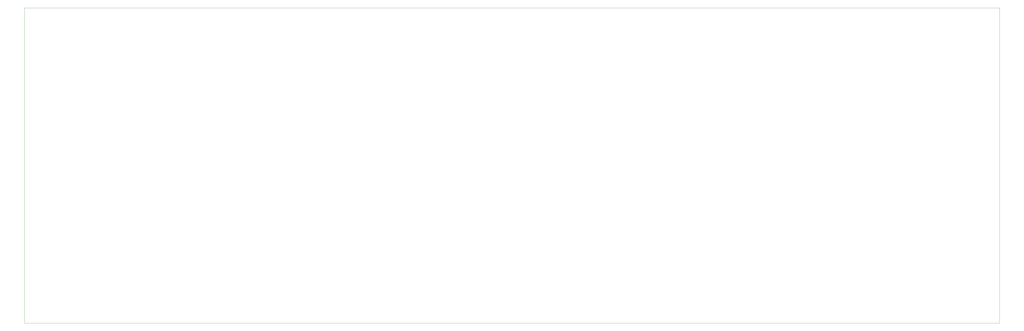
<source format=gbr>
%TF.GenerationSoftware,KiCad,Pcbnew,8.0.8*%
%TF.CreationDate,2025-04-09T15:43:05-07:00*%
%TF.ProjectId,hackboard,6861636b-626f-4617-9264-2e6b69636164,rev?*%
%TF.SameCoordinates,Original*%
%TF.FileFunction,Profile,NP*%
%FSLAX46Y46*%
G04 Gerber Fmt 4.6, Leading zero omitted, Abs format (unit mm)*
G04 Created by KiCad (PCBNEW 8.0.8) date 2025-04-09 15:43:05*
%MOMM*%
%LPD*%
G01*
G04 APERTURE LIST*
%TA.AperFunction,Profile*%
%ADD10C,0.050000*%
%TD*%
G04 APERTURE END LIST*
D10*
X74480000Y-69970000D02*
X469480000Y-69970000D01*
X469480000Y-197970000D01*
X74480000Y-197970000D01*
X74480000Y-69970000D01*
M02*

</source>
